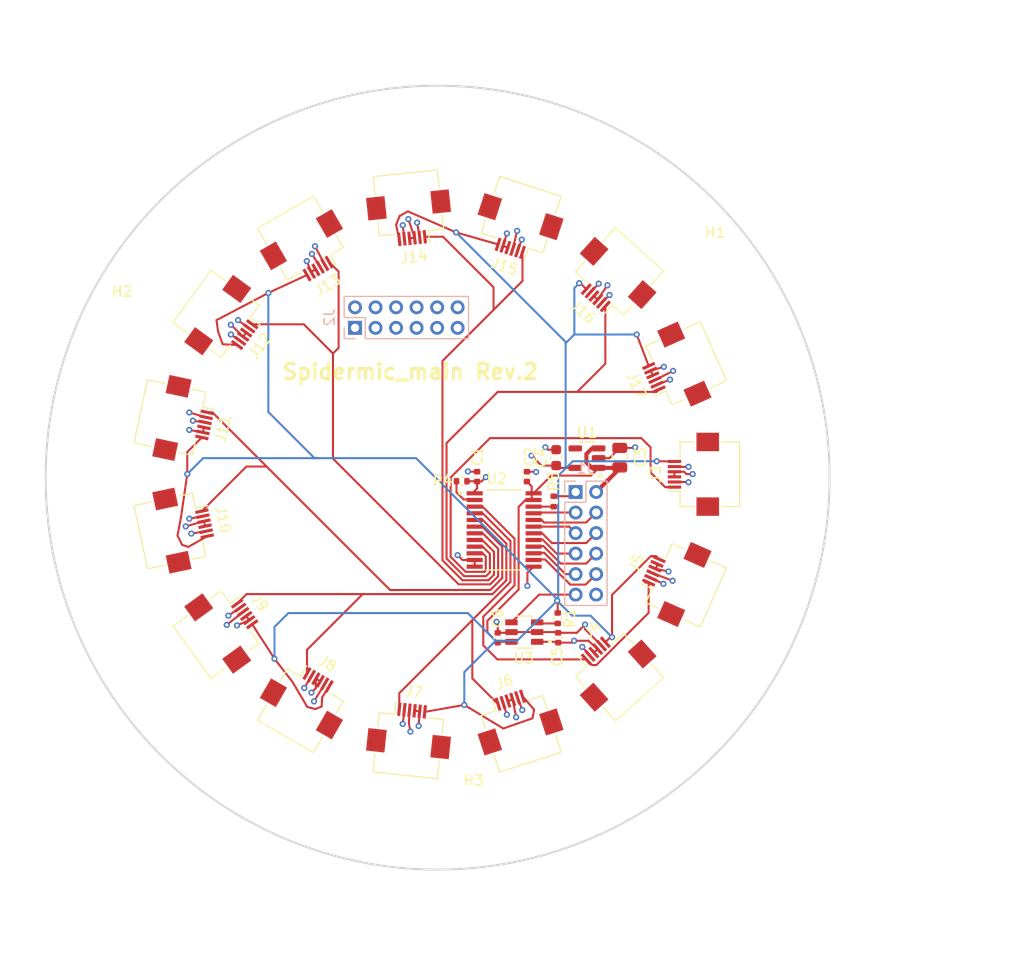
<source format=kicad_pcb>
(kicad_pcb (version 20240108) (generator "pcbnew") (generator_version "8.0")
  (layers (0 "F.Cu" mixed) (1 "In1.Cu" power) (2 "In2.Cu" power) (31 "B.Cu" mixed) (34 "B.Paste" user) (35 "F.Paste" user) (36 "B.SilkS" user "B.Silkscreen") (37 "F.SilkS" user "F.Silkscreen") (38 "B.Mask" user) (39 "F.Mask" user) (44 "Edge.Cuts" user))
  (net 0 "")
  (net 1 "PDM_DATA3_1V8")
  (net 2 "GND")
  (net 3 "PDM_DATA4_1V8")
  (net 4 "PDM_DATA0_1V8")
  (net 5 "PDM_DATA1_1V8")
  (net 6 "PDM_DATA2_1V8")
  (net 7 "PDM_DATA5_1V8")
  (net 8 "PDM_DATA6_1V8")
  (net 9 "PDM_DATA7_1V8")
  (net 10 "PDM_DATA4")
  (net 11 "PDM_DATA7")
  (net 13 "PDM_DATA3")
  (net 14 "PDM_DATA0")
  (net 15 "PDM_DATA6")
  (net 16 "PDM_DATA5")
  (net 17 "PDM_DATA2")
  (net 18 "VCCB")
  (net 19 "PDM_DATA1")
  (net 20 "PDM_CLK_0IN")
  (net 33 "Net-(U2-DIR)")
  (net 34 "Net-(U2-~{OE})")
  (net 36 "VCCA")
  (net 37 "PDM_CLK_1V8")
  (net 38 "Net-(U3-A)")
  (footprint "Package_TO_SOT_SMD:SOT-23-5" (layer "F.Cu") (at 149.8 78.05 180)
    (property "Reference" "U1")
    (property "Value" "LP5907MFX-1.8")
  )
  (footprint "MountingHole:MountingHole_3.2mm_M3" (layer "F.Cu") (at 162.3 60.15)
    (property "Reference" "H1")
    (property "Value" "MountingHole")
  )
  (footprint "Connector_FFC-FPC:Hirose_FH12-6S-0.5SH_1x06-1MP_P0.50mm_Horizontal" (layer "F.Cu") (at 110.722167 74.425423 -102)
    (property "Reference" "J11")
    (property "Value" "Conn_01x06_Socket")
  )
  (footprint "Connector_FFC-FPC:Hirose_FH12-6S-0.5SH_1x06-1MP_P0.50mm_Horizontal" (layer "F.Cu") (at 114.950433 94.317847 -54)
    (property "Reference" "J9")
    (property "Value" "Conn_01x06_Socket")
  )
  (footprint "Capacitor_SMD:C_0603_1608Metric" (layer "F.Cu") (at 146.8 78 90)
    (property "Reference" "C4")
    (property "Value" "4.7µF")
  )
  (footprint "MountingHole:MountingHole_3.2mm_M3" (layer "F.Cu") (at 104.5 65.85)
    (property "Reference" "H2")
    (property "Value" "MountingHole")
  )
  (footprint "SN74LVC8T245PW:SOP65P640X120-24N" (layer "F.Cu") (at 141.73 85.05)
    (property "Reference" "U2")
    (property "Value" "SN74LVC8T245PW")
  )
  (footprint "SN74AVCH1T45DBVR:SOT95P280X145-6N" (layer "F.Cu") (at 143.699675 95.000575 180)
    (property "Reference" "U3")
    (property "Value" "SN74AVCH1T45DBVR")
  )
  (footprint "Connector_FFC-FPC:Hirose_FH12-6S-0.5SH_1x06-1MP_P0.50mm_Horizontal" (layer "F.Cu") (at 122.675857 57.97258 -150)
    (property "Reference" "J13")
    (property "Value" "Conn_01x06_Socket")
  )
  (footprint "Connector_FFC-FPC:Hirose_FH12-6S-0.5SH_1x06-1MP_P0.50mm_Horizontal" (layer "F.Cu") (at 110.722167 84.821008 -78)
    (property "Reference" "J10")
    (property "Value" "Conn_01x06_Socket")
  )
  (footprint "Connector_FFC-FPC:Hirose_FH12-6S-0.5SH_1x06-1MP_P0.50mm_Horizontal" (layer "F.Cu") (at 142.901282 103.399628 18)
    (property "Reference" "J6")
    (property "Value" "Conn_01x06_Socket")
  )
  (footprint "Connector_FFC-FPC:Hirose_FH12-6S-0.5SH_1x06-1MP_P0.50mm_Horizontal" (layer "F.Cu") (at 114.950433 64.928584 -126)
    (property "Reference" "J12")
    (property "Value" "Conn_01x06_Socket")
  )
  (footprint "Resistor_SMD:R_0402_1005Metric" (layer "F.Cu") (at 146.954675 93.650575 -90)
    (property "Reference" "R1")
    (property "Value" "220")
  )
  (footprint "Connector_FFC-FPC:Hirose_FH12-6S-0.5SH_1x06-1MP_P0.50mm_Horizontal" (layer "F.Cu") (at 160.175857 79.623216 90)
    (property "Reference" "J3")
    (property "Value" "Conn_01x06_Socket")
  )
  (footprint "Connector_FFC-FPC:Hirose_FH12-6S-0.5SH_1x06-1MP_P0.50mm_Horizontal" (layer "F.Cu") (at 122.675858 101.273851 -30)
    (property "Reference" "J8")
    (property "Value" "Conn_01x06_Socket")
  )
  (footprint "Resistor_SMD:R_0402_1005Metric" (layer "F.Cu") (at 137.6 80.3 180)
    (property "Reference" "R4")
    (property "Value" "2K")
  )
  (footprint "Connector_FFC-FPC:Hirose_FH12-6S-0.5SH_1x06-1MP_P0.50mm_Horizontal" (layer "F.Cu") (at 158.014494 89.791632 66)
    (property "Reference" "J5")
    (property "Value" "Conn_01x06_Socket")
  )
  (footprint "Connector_FFC-FPC:Hirose_FH12-6S-0.5SH_1x06-1MP_P0.50mm_Horizontal" (layer "F.Cu") (at 151.904123 61.044595 138)
    (property "Reference" "J16")
    (property "Value" "Conn_01x06_Socket")
  )
  (footprint "Capacitor_SMD:C_0402_1005Metric" (layer "F.Cu") (at 139.1 79.85 90)
    (property "Reference" "C1")
    (property "Value" "1µF")
  )
  (footprint "Connector_FFC-FPC:Hirose_FH12-6S-0.5SH_1x06-1MP_P0.50mm_Horizontal" (layer "F.Cu") (at 142.901282 55.846803 162)
    (property "Reference" "J15")
    (property "Value" "Conn_01x06_Socket")
  )
  (footprint "Resistor_SMD:R_0402_1005Metric" (layer "F.Cu") (at 146.560187 82.26875 -90)
    (property "Reference" "R5")
    (property "Value" "2K")
  )
  (footprint "Capacitor_SMD:C_0402_1005Metric" (layer "F.Cu") (at 143.95 79.85 90)
    (property "Reference" "C2")
    (property "Value" "1µF")
  )
  (footprint "Connector_FFC-FPC:Hirose_FH12-6S-0.5SH_1x06-1MP_P0.50mm_Horizontal" (layer "F.Cu") (at 132.562646 104.486263 -6)
    (property "Reference" "J7")
    (property "Value" "Conn_01x06_Socket")
  )
  (footprint "Capacitor_SMD:C_0402_1005Metric" (layer "F.Cu") (at 146.999675 95.550575 90)
    (property "Reference" "C5")
    (property "Value" "1µF")
  )
  (footprint "Connector_FFC-FPC:Hirose_FH12-6S-0.5SH_1x06-1MP_P0.50mm_Horizontal" (layer "F.Cu") (at 158.014494 69.454799 114)
    (property "Reference" "J17")
    (property "Value" "Conn_01x06_Socket")
  )
  (footprint "Connector_FFC-FPC:Hirose_FH12-6S-0.5SH_1x06-1MP_P0.50mm_Horizontal" (layer "F.Cu") (at 151.904123 98.201836 42)
    (property "Reference" "J4")
    (property "Value" "Conn_01x06_Socket")
  )
  (footprint "Connector_FFC-FPC:Hirose_FH12-6S-0.5SH_1x06-1MP_P0.50mm_Horizontal" (layer "F.Cu") (at 132.562646 54.760168 -174)
    (property "Reference" "J14")
    (property "Value" "Conn_01x06_Socket")
  )
  (footprint "MountingHole:MountingHole_3.2mm_M3" (layer "F.Cu") (at 138.75 113.65)
    (property "Reference" "H3")
    (property "Value" "MountingHole")
  )
  (footprint "Capacitor_SMD:C_0402_1005Metric" (layer "F.Cu") (at 141.107175 95.550575 90)
    (property "Reference" "C6")
    (property "Value" "1µF")
  )
  (footprint "Capacitor_SMD:C_0805_2012Metric" (layer "F.Cu") (at 153 78 90)
    (property "Reference" "C3")
    (property "Value" "22µF")
  )
  (footprint "Connector_PinSocket_2.00mm:PinSocket_2x06_P2.00mm_Vertical" (layer "B.Cu") (at 148.7 81.35 180)
    (property "Reference" "J1")
    (property "Value" "MCH-J3")
  )
  (footprint "Connector_PinSocket_2.00mm:PinSocket_2x06_P2.00mm_Vertical" (layer "B.Cu") (at 127.2 65.35 -90)
    (property "Reference" "J2")
    (property "Value" "MCH-J3")
  )
  (gr_circle (center 135.25013 79.95) (end 173.45013 80.05) (stroke (width 0.2)) (fill none) (layer "Edge.Cuts"))
  (gr_text "Spidermic_main Rev.2" (at 119.95 70.5 0) (layer "F.SilkS") (effects (font (size 1.5 1.5) (thickness 0.3) (bold yes)) (justify left bottom)))
  (segment (start 112.486313 83.213687) (end 112.27185 83.213687) (width 0.2) (layer "F.Cu") (net 1))
  (segment (start 113.301428 73.587375) (end 112.79163 73.587375) (width 0.2) (layer "F.Cu") (net 1))
  (segment (start 116.617563 78.867974) (end 118.582026 78.867974) (width 0.2) (layer "F.Cu") (net 1))
  (segment (start 141.545 89.736372) (end 140.381372 90.9) (width 0.2) (layer "F.Cu") (net 1))
  (segment (start 130.614053 90.9) (end 118.582026 78.867974) (width 0.2) (layer "F.Cu") (net 1))
  (segment (start 118.582026 78.867974) (end 113.301428 73.587375) (width 0.2) (layer "F.Cu") (net 1))
  (segment (start 138.86 84.725) (end 139.595664 84.725) (width 0.2) (layer "F.Cu") (net 1))
  (segment (start 141.545 86.674336) (end 141.545 89.736372) (width 0.2) (layer "F.Cu") (net 1))
  (segment (start 139.595664 84.725) (end 141.545 86.674336) (width 0.2) (layer "F.Cu") (net 1))
  (segment (start 112.27185 83.213687) (end 116.617563 78.867974) (width 0.2) (layer "F.Cu") (net 1))
  (segment (start 140.381372 90.9) (end 130.614053 90.9) (width 0.2) (layer "F.Cu") (net 1))
  (segment (start 116.006276 66.622749) (end 115.1 66) (width 0.2) (layer "F.Cu") (net 2))
  (segment (start 156.019382 69.522103) (end 156.222751 69.978875) (width 0.2) (layer "F.Cu") (net 2))
  (segment (start 158.325857 80.373216) (end 159.673216 80.373216) (width 0.2) (layer "F.Cu") (net 2))
  (segment (start 133.004654 102.67253) (end 133.501915 102.724794) (width 0.2) (layer "F.Cu") (net 2))
  (segment (start 150.9375 78.05) (end 152 78.05) (width 0.2) (layer "F.Cu") (net 2))
  (segment (start 142.374675 95.070575) (end 142.444675 95.000575) (width 0.2) (layer "F.Cu") (net 2))
  (segment (start 141.107175 95.070575) (end 142.374675 95.070575) (width 0.2) (layer "F.Cu") (net 2))
  (segment (start 116.887953 93.837207) (end 115.7 94.35) (width 0.2) (layer "F.Cu") (net 2))
  (segment (start 150.108871 97.328866) (end 149.35 96.45) (width 0.2) (layer "F.Cu") (net 2))
  (segment (start 155.995055 89.7) (end 155.9 89.7) (width 0.2) (layer "F.Cu") (net 2))
  (segment (start 154.45 77.05) (end 154.5 77) (width 0.2) (layer "F.Cu") (net 2))
  (segment (start 159.673216 80.373216) (end 159.7 80.4) (width 0.2) (layer "F.Cu") (net 2))
  (segment (start 141.107175 94.107175) (end 141 94) (width 0.2) (layer "F.Cu") (net 2))
  (segment (start 144.954675 95.000575) (end 146.929675 95.000575) (width 0.2) (layer "F.Cu") (net 2))
  (segment (start 139.1 79.37) (end 138.22 79.37) (width 0.2) (layer "F.Cu") (net 2))
  (segment (start 123.201338 59.699727) (end 122.951338 59.949727) (width 0.2) (layer "F.Cu") (net 2))
  (segment (start 123.384351 59.699727) (end 123.201338 59.699727) (width 0.2) (layer "F.Cu") (net 2))
  (segment (start 149.61528 94.71686) (end 149.61528 94.274494) (width 0.2) (layer "F.Cu") (net 2))
  (segment (start 141.616308 57.374495) (end 142 56.15) (width 0.2) (layer "F.Cu") (net 2))
  (segment (start 146.8 77.225) (end 145.975 77.225) (width 0.2) (layer "F.Cu") (net 2))
  (segment (start 132.010132 56.67843) (end 131.85 55.35) (width 0.2) (layer "F.Cu") (net 2))
  (segment (start 148.29125 81.75875) (end 148.7 81.35) (width 0.2) (layer "F.Cu") (net 2))
  (segment (start 143.042893 101.408411) (end 143.5 102.6) (width 0.2) (layer "F.Cu") (net 2))
  (segment (start 153 77.05) (end 154.45 77.05) (width 0.2) (layer "F.Cu") (net 2))
  (segment (start 155.995055 89.7) (end 156.019383 89.724328) (width 0.2) (layer "F.Cu") (net 2))
  (segment (start 150.9575 78.07) (end 150.9375 78.05) (width 0.2) (layer "F.Cu") (net 2))
  (segment (start 137.675 87.975) (end 138.86 87.975) (width 0.2) (layer "F.Cu") (net 2))
  (segment (start 133.501915 56.521637) (end 133.25 55.1) (width 0.2) (layer "F.Cu") (net 2))
  (segment (start 138.86 87.975) (end 138.86 88.625) (width 0.2) (layer "F.Cu") (net 2))
  (segment (start 122.951339 99.296704) (end 122.25 100.45) (width 0.2) (layer "F.Cu") (net 2))
  (segment (start 156.629487 70.892421) (end 157.9 70.4) (width 0.2) (layer "F.Cu") (net 2))
  (segment (start 138.22 79.37) (end 138.2 79.35) (width 0.2) (layer "F.Cu") (net 2))
  (segment (start 148.819199 95.070575) (end 146.999675 95.070575) (width 0.2) (layer "F.Cu") (net 2))
  (segment (start 152 78.05) (end 153 77.05) (width 0.2) (layer "F.Cu") (net 2))
  (segment (start 146.560187 81.75875) (end 148.29125 81.75875) (width 0.2) (layer "F.Cu") (net 2))
  (segment (start 150.108873 61.917565) (end 150.95 61.05) (width 0.2) (layer "F.Cu") (net 2))
  (segment (start 141.107175 95.070575) (end 141.107175 94.107175) (width 0.2) (layer "F.Cu") (net 2))
  (segment (start 112.375806 83.702761) (end 111.05 83.95) (width 0.2) (layer "F.Cu") (net 2))
  (segment (start 116.887953 65.409224) (end 115.8 64.6) (width 0.2) (layer "F.Cu") (net 2))
  (segment (start 146.929675 95.000575) (end 146.999675 95.070575) (width 0.2) (layer "F.Cu") (net 2))
  (segment (start 141.616308 101.871936) (end 142 103.05) (width 0.2) (layer "F.Cu") (net 2))
  (segment (start 124.250376 59.199727) (end 123.3 57.4) (width 0.2) (layer "F.Cu") (net 2))
  (segment (start 156.629487 88.35401) (end 156.629487 88.607414) (width 0.2) (layer "F.Cu") (net 2))
  (segment (start 156.019383 89.724327) (end 157.25 90.3) (width 0.2) (layer "F.Cu") (net 2))
  (segment (start 156.426119 88.810782) (end 157.75 89.1) (width 0.2) (layer "F.Cu") (net 2))
  (segment (start 112.375806 75.54367) (end 112.479762 75.054597) (width 0.2) (layer "F.Cu") (net 2))
  (segment (start 156.019382 69.522103) (end 157.3 69.15) (width 0.2) (layer "F.Cu") (net 2))
  (segment (start 116.594061 93.432699) (end 116.887953 93.837207) (width 0.2) (layer "F.Cu") (net 2))
  (segment (start 151.22359 62.921261) (end 152 62.15) (width 0.2) (layer "F.Cu") (net 2))
  (segment (start 112.375806 75.54367) (end 111.05 75.3) (width 0.2) (layer "F.Cu") (net 2))
  (segment (start 144.82 79.37) (end 144.85 79.4) (width 0.2) (layer "F.Cu") (net 2))
  (segment (start 149.61528 94.274494) (end 148.819199 95.070575) (width 0.2) (layer "F.Cu") (net 2))
  (segment (start 144 89.225) (end 144.6 88.625) (width 0.2) (layer "F.Cu") (net 2))
  (segment (start 112.687674 74.076449) (end 111.05 73.6) (width 0.2) (layer "F.Cu") (net 2))
  (segment (start 142.091835 57.529003) (end 141.616308 57.374495) (width 0.2) (layer "F.Cu") (net 2))
  (segment (start 151.22359 96.32517) (end 149.61528 94.71686) (width 0.2) (layer "F.Cu") (net 2))
  (segment (start 159.7 78.9) (end 158.352641 78.9) (width 0.2) (layer "F.Cu") (net 2))
  (segment (start 124.250377 100.046704) (end 123.2 101.75) (width 0.2) (layer "F.Cu") (net 2))
  (segment (start 116.006276 92.623682) (end 114.85 93.4) (width 0.2) (layer "F.Cu") (net 2))
  (segment (start 143.95 79.37) (end 144.82 79.37) (width 0.2) (layer "F.Cu") (net 2))
  (segment (start 142.444675 95.000575) (end 144.954675 95.000575) (width 0.2) (layer "F.Cu") (net 2))
  (segment (start 122.951338 59.949727) (end 122.5 58.85) (width 0.2) (layer "F.Cu") (net 2))
  (segment (start 137.2 87.5) (end 137.675 87.975) (width 0.2) (layer "F.Cu") (net 2))
  (segment (start 143.042893 57.83802) (end 143.45 56.75) (width 0.2) (layer "F.Cu") (net 2))
  (segment (start 144 90.5) (end 144 89.225) (width 0.2) (layer "F.Cu") (net 2))
  (segment (start 145.975 77.225) (end 145.75 77) (width 0.2) (layer "F.Cu") (net 2))
  (segment (start 158.352641 78.9) (end 158.325857 78.873216) (width 0.2) (layer "F.Cu") (net 2))
  (segment (start 156.629487 88.607414) (end 156.426119 88.810782) (width 0.2) (layer "F.Cu") (net 2))
  (segment (start 133.501915 102.724794) (end 133.4 104.15) (width 0.2) (layer "F.Cu") (net 2))
  (segment (start 132.010132 102.568001) (end 131.85 103.95) (width 0.2) (layer "F.Cu") (net 2))
  (segment (start 112.687674 85.169982) (end 111.25 85.4) (width 0.2) (layer "F.Cu") (net 2))
  (via (at 114.85 93.4) (size 0.6) (drill 0.3) (layers "F.Cu" "B.Cu") (net 2))
  (via (at 111.05 75.3) (size 0.6) (drill 0.3) (layers "F.Cu" "B.Cu") (net 2))
  (via (at 145.75 77) (size 0.6) (drill 0.3) (layers "F.Cu" "B.Cu") (net 2))
  (via (at 149.61528 94.274494) (size 0.6) (drill 0.3) (layers "F.Cu" "B.Cu") (net 2))
  (via (at 123.3 57.4) (size 0.6) (drill 0.3) (layers "F.Cu" "B.Cu") (net 2))
  (via (at 157.3 69.15) (size 0.6) (drill 0.3) (layers "F.Cu" "B.Cu") (net 2))
  (via (at 142 103.05) (size 0.6) (drill 0.3) (layers "F.Cu" "B.Cu") (net 2))
  (via (at 111.25 85.4) (size 0.6) (drill 0.3) (layers "F.Cu" "B.Cu") (net 2))
  (via (at 111.05 73.6) (size 0.6) (drill 0.3) (layers "F.Cu" "B.Cu") (net 2))
  (via (at 157.75 89.1) (size 0.6) (drill 0.3) (layers "F.Cu" "B.Cu") (net 2))
  (via (at 137.2 87.5) (size 0.6) (drill 0.3) (layers "F.Cu" "B.Cu") (net 2))
  (via (at 111.05 83.95) (size 0.6) (drill 0.3) (layers "F.Cu" "B.Cu") (net 2))
  (via (at 144.85 79.4) (size 0.6) (drill 0.3) (layers "F.Cu" "B.Cu") (net 2))
  (via (at 159.7 78.9) (size 0.6) (drill 0.3) (layers "F.Cu" "B.Cu") (net 2))
  (via (at 157.9 70.4) (size 0.6) (drill 0.3) (layers "F.Cu" "B.Cu") (net 2))
  (via (at 150.95 61.05) (size 0.6) (drill 0.3) (layers "F.Cu" "B.Cu") (net 2))
  (via (at 123.2 101.75) (size 0.6) (drill 0.3) (layers "F.Cu" "B.Cu") (net 2))
  (via (at 131.85 55.35) (size 0.6) (drill 0.3) (layers "F.Cu" "B.Cu") (net 2))
  (via (at 143.5 102.6) (size 0.6) (drill 0.3) (layers "F.Cu" "B.Cu") (net 2))
  (via (at 133.25 55.1) (size 0.6) (drill 0.3) (layers "F.Cu" "B.Cu") (net 2))
  (via (at 133.4 104.15) (size 0.6) (drill 0.3) (layers "F.Cu" "B.Cu") (net 2))
  (via (at 141 94) (size 0.6) (drill 0.3) (layers "F.Cu" "B.Cu") (net 2))
  (via (at 122.25 100.45) (size 0.6) (drill 0.3) (layers "F.Cu" "B.Cu") (net 2))
  (via (at 122.5 58.85) (size 0.6) (drill 0.3) (layers "F.Cu" "B.Cu") (net 2))
  (via (at 154.5 77) (size 0.6) (drill 0.3) (layers "F.Cu" "B.Cu") (net 2))
  (via (at 138.2 79.35) (size 0.6) (drill 0.3) (layers "F.Cu" "B.Cu") (net 2))
  (via (at 143.45 56.75) (size 0.6) (drill 0.3) (layers "F.Cu" "B.Cu") (net 2))
  (via (at 149.35 96.45) (size 0.6) (drill 0.3) (layers "F.Cu" "B.Cu") (net 2))
  (via (at 157.25 90.3) (size 0.6) (drill 0.3) (layers "F.Cu" "B.Cu") (net 2))
  (via (at 144 90.5) (size 0.6) (drill 0.3) (layers "F.Cu" "B.Cu") (net 2))
  (via (at 131.85 103.95) (size 0.6) (drill 0.3) (layers "F.Cu" "B.Cu") (net 2))
  (via (at 115.1 66) (size 0.6) (drill 0.3) (layers "F.Cu" "B.Cu") (net 2))
  (via (at 142 56.15) (size 0.6) (drill 0.3) (layers "F.Cu" "B.Cu") (net 2))
  (via (at 152 62.15) (size 0.6) (drill 0.3) (layers "F.Cu" "B.Cu") (net 2))
  (via (at 115.8 64.6) (size 0.6) (drill 0.3) (layers "F.Cu" "B.Cu") (net 2))
  (via (at 115.7 94.35) (size 0.6) (drill 0.3) (layers "F.Cu" "B.Cu") (net 2))
  (via (at 159.7 80.4) (size 0.6) (drill 0.3) (layers "F.Cu" "B.Cu") (net 2))
  (segment (start 125.05 67.85) (end 125.6 67.3) (width 0.2) (layer "F.Cu") (net 3))
  (segment (start 125.6 67.3) (end 125.6 59.866338) (width 0.2) (layer "F.Cu") (net 3))
  (segment (start 141.145 89.570686) (end 140.365686 90.35) (width 0.2) (layer "F.Cu") (net 3))
  (segment (start 125.05 78.1) (end 125.05 67.85) (width 0.2) (layer "F.Cu") (net 3))
  (segment (start 139.644999 85.375) (end 141.145 86.875001) (width 0.2) (layer "F.Cu") (net 3))
  (segment (start 137.3 90.35) (end 125.05 78.1) (width 0.2) (layer "F.Cu") (net 3))
  (segment (start 122.204715 65.004715) (end 125.05 67.85) (width 0.2) (layer "F.Cu") (net 3))
  (segment (start 140.365686 90.35) (end 137.3 90.35) (width 0.2) (layer "F.Cu") (net 3))
  (segment (start 138.86 85.375) (end 139.644999 85.375) (width 0.2) (layer "F.Cu") (net 3))
  (segment (start 117.181846 65.004715) (end 122.204715 65.004715) (width 0.2) (layer "F.Cu") (net 3))
  (segment (start 125.6 59.866338) (end 124.683389 58.949727) (width 0.2) (layer "F.Cu") (net 3))
  (segment (start 141.145 86.875001) (end 141.145 89.570686) (width 0.2) (layer "F.Cu") (net 3))
  (segment (start 155.816014 93.123102) (end 155.816014 90.181101) (width 0.2) (layer "F.Cu") (net 4))
  (segment (start 139.625 82.775) (end 142.745 85.895) (width 0.2) (layer "F.Cu") (net 4))
  (segment (start 138.86 82.775) (end 139.625 82.775) (width 0.2) (layer "F.Cu") (net 4))
  (segment (start 150.286149 98.21228) (end 150.726836 98.21228) (width 0.2) (layer "F.Cu") (net 4))
  (segment (start 155.734913 90.1) (end 155.816014 90.181101) (width 0.2) (layer "F.Cu") (net 4))
  (segment (start 142.745 85.895) (end 142.745 90.455) (width 0.2) (layer "F.Cu") (net 4))
  (segment (start 149.7373 97.663431) (end 150.286149 98.21228) (width 0.2) (layer "F.Cu") (net 4))
  (segment (start 139.7 96.29205) (end 141.071381 97.663431) (width 0.2) (layer "F.Cu") (net 4))
  (segment (start 150.726836 98.21228) (end 155.816014 93.123102) (width 0.2) (layer "F.Cu") (net 4))
  (segment (start 139.7 93.5) (end 139.7 96.29205) (width 0.2) (layer "F.Cu") (net 4))
  (segment (start 155.481101 90.181101) (end 155.816014 90.181101) (width 0.2) (layer "F.Cu") (net 4))
  (segment (start 142.745 90.455) (end 139.7 93.5) (width 0.2) (layer "F.Cu") (net 4))
  (segment (start 141.071381 97.663431) (end 149.7373 97.663431) (width 0.2) (layer "F.Cu") (net 4))
  (segment (start 139.644999 83.425) (end 142.345 86.125001) (width 0.2) (layer "F.Cu") (net 5))
  (segment (start 138.632843 93.832843) (end 131.512871 100.952815) (width 0.2) (layer "F.Cu") (net 5))
  (segment (start 131.512871 100.952815) (end 131.512871 102.515737) (width 0.2) (layer "F.Cu") (net 5))
  (segment (start 138.86 83.425) (end 139.644999 83.425) (width 0.2) (layer "F.Cu") (net 5))
  (segment (start 142.345 90.120686) (end 138.632843 93.832843) (width 0.2) (layer "F.Cu") (net 5))
  (segment (start 141.14078 102.026445) (end 138.632843 99.518508) (width 0.2) (layer "F.Cu") (net 5))
  (segment (start 138.632843 99.518508) (end 138.632843 93.832843) (width 0.2) (layer "F.Cu") (net 5))
  (segment (start 142.345 86.125001) (end 142.345 90.120686) (width 0.2) (layer "F.Cu") (net 5))
  (segment (start 122.518326 99.046704) (end 122.518326 96.731674) (width 0.2) (layer "F.Cu") (net 6))
  (segment (start 122.518326 96.731674) (end 127.95 91.3) (width 0.2) (layer "F.Cu") (net 6))
  (segment (start 139.644999 84.075) (end 141.945 86.375001) (width 0.2) (layer "F.Cu") (net 6))
  (segment (start 116.631556 91.3) (end 115.712383 92.219173) (width 0.2) (layer "F.Cu") (net 6))
  (segment (start 127.95 91.3) (end 116.631556 91.3) (width 0.2) (layer "F.Cu") (net 6))
  (segment (start 140.6 91.3) (end 127.95 91.3) (width 0.2) (layer "F.Cu") (net 6))
  (segment (start 141.945 89.955) (end 140.6 91.3) (width 0.2) (layer "F.Cu") (net 6))
  (segment (start 141.945 86.375001) (end 141.945 89.955) (width 0.2) (layer "F.Cu") (net 6))
  (segment (start 138.86 84.075) (end 139.644999 84.075) (width 0.2) (layer "F.Cu") (net 6))
  (segment (start 143.518421 60.781579) (end 143.518421 57.992529) (width 0.2) (layer "F.Cu") (net 7))
  (segment (start 138.86 86.025) (end 139.595664 86.025) (width 0.2) (layer "F.Cu") (net 7))
  (segment (start 140.745 89.405) (end 140.2 89.95) (width 0.2) (layer "F.Cu") (net 7))
  (segment (start 135.769373 56.469373) (end 140.7 61.4) (width 0.2) (layer "F.Cu") (net 7))
  (segment (start 140.2 89.95) (end 137.667964 89.95) (width 0.2) (layer "F.Cu") (net 7))
  (segment (start 140.7 61.4) (end 140.7 63.6) (width 0.2) (layer "F.Cu") (net 7))
  (segment (start 133.999176 56.469373) (end 135.769373 56.469373) (width 0.2) (layer "F.Cu") (net 7))
  (segment (start 137.667964 89.95) (end 135.72 88.002036) (width 0.2) (layer "F.Cu") (net 7))
  (segment (start 135.72 68.58) (end 143.518421 60.781579) (width 0.2) (layer "F.Cu") (net 7))
  (segment (start 135.72 88.002036) (end 135.72 68.58) (width 0.2) (layer "F.Cu") (net 7))
  (segment (start 140.745 87.174336) (end 140.745 89.405) (width 0.2) (layer "F.Cu") (net 7))
  (segment (start 139.595664 86.025) (end 140.745 87.174336) (width 0.2) (layer "F.Cu") (net 7))
  (segment (start 140.345 87.375001) (end 140.345 89.170686) (width 0.2) (layer "F.Cu") (net 8))
  (segment (start 138.86 86.675) (end 139.644999 86.675) (width 0.2) (layer "F.Cu") (net 8))
  (segment (start 139.644999 86.675) (end 140.345 87.375001) (width 0.2) (layer "F.Cu") (net 8))
  (segment (start 151.595162 63.255826) (end 151.595162 68.84867) (width 0.2) (layer "F.Cu") (net 8))
  (segment (start 140.345 89.170686) (end 139.965686 89.55) (width 0.2) (layer "F.Cu") (net 8))
  (segment (start 156.588218 71.593832) (end 156.832856 71.349194) (width 0.2) (layer "F.Cu") (net 8))
  (segment (start 136.12 76.58) (end 141.106168 71.593832) (width 0.2) (layer "F.Cu") (net 8))
  (segment (start 156.832856 71.368652) (end 156.832856 71.349194) (width 0.2) (layer "F.Cu") (net 8))
  (segment (start 151.595162 68.84867) (end 148.85 71.593832) (width 0.2) (layer "F.Cu") (net 8))
  (segment (start 137.83365 89.55) (end 136.12 87.83635) (width 0.2) (layer "F.Cu") (net 8))
  (segment (start 148.85 71.593832) (end 156.588218 71.593832) (width 0.2) (layer "F.Cu") (net 8))
  (segment (start 136.12 87.83635) (end 136.12 76.58) (width 0.2) (layer "F.Cu") (net 8))
  (segment (start 141.106168 71.593832) (end 148.85 71.593832) (width 0.2) (layer "F.Cu") (net 8))
  (segment (start 139.965686 89.55) (end 137.83365 89.55) (width 0.2) (layer "F.Cu") (net 8))
  (segment (start 137.979336 89.13) (end 136.52 87.670664) (width 0.2) (layer "F.Cu") (net 9))
  (segment (start 139.82 89.13) (end 137.979336 89.13) (width 0.2) (layer "F.Cu") (net 9))
  (segment (start 136.52 87.670664) (end 136.52 79.931076) (width 0.2) (layer "F.Cu") (net 9))
  (segment (start 156 79.447359) (end 157.425857 80.873216) (width 0.2) (layer "F.Cu") (net 9))
  (segment (start 136.52 79.931076) (end 140.351076 76.1) (width 0.2) (layer "F.Cu") (net 9))
  (segment (start 156 77) (end 156 79.447359) (width 0.2) (layer "F.Cu") (net 9))
  (segment (start 157.425857 80.873216) (end 158.325857 80.873216) (width 0.2) (layer "F.Cu") (net 9))
  (segment (start 139.945 87.625001) (end 139.945 89.005) (width 0.2) (layer "F.Cu") (net 9))
  (segment (start 138.86 87.325) (end 139.644999 87.325) (width 0.2) (layer "F.Cu") (net 9))
  (segment (start 139.644999 87.325) (end 139.945 87.625001) (width 0.2) (layer "F.Cu") (net 9))
  (segment (start 140.351076 76.1) (end 155.1 76.1) (width 0.2) (layer "F.Cu") (net 9))
  (segment (start 155.1 76.1) (end 156 77) (width 0.2) (layer "F.Cu") (net 9))
  (segment (start 139.945 89.005) (end 139.82 89.13) (width 0.2) (layer "F.Cu") (net 9))
  (segment (start 146.847058 87.35) (end 145.472058 85.975) (width 0.2) (layer "F.Cu") (net 10))
  (segment (start 148.7 87.35) (end 146.847058 87.35) (width 0.2) (layer "F.Cu") (net 10))
  (segment (start 145.472058 85.975) (end 144.42 85.975) (width 0.2) (layer "F.Cu") (net 10))
  (segment (start 148.175 90.375) (end 145.725 87.925) (width 0.2) (layer "F.Cu") (net 11))
  (segment (start 149.675 90.375) (end 148.175 90.375) (width 0.2) (layer "F.Cu") (net 11))
  (segment (start 150.7 89.35) (end 149.675 90.375) (width 0.2) (layer "F.Cu") (net 11))
  (segment (start 145.725 87.925) (end 144.42 87.925) (width 0.2) (layer "F.Cu") (net 11))
  (segment (start 145.387744 85.325) (end 144.42 85.325) (width 0.2) (layer "F.Cu") (net 13))
  (segment (start 146.387744 86.325) (end 145.387744 85.325) (width 0.2) (layer "F.Cu") (net 13))
  (segment (start 149.725 86.325) (end 146.387744 86.325) (width 0.2) (layer "F.Cu") (net 13))
  (segment (start 150.7 85.35) (end 149.725 86.325) (width 0.2) (layer "F.Cu") (net 13))
  (segment (start 144.445 83.35) (end 144.42 83.375) (width 0.2) (layer "F.Cu") (net 14))
  (segment (start 148.7 83.35) (end 144.445 83.35) (width 0.2) (layer "F.Cu") (net 14))
  (segment (start 145.640686 87.275) (end 144.42 87.275) (width 0.2) (layer "F.Cu") (net 15))
  (segment (start 148.7 89.35) (end 147.715686 89.35) (width 0.2) (layer "F.Cu") (net 15))
  (segment (start 147.715686 89.35) (end 145.640686 87.275) (width 0.2) (layer "F.Cu") (net 15))
  (segment (start 145.556372 86.625) (end 144.42 86.625) (width 0.2) (layer "F.Cu") (net 16))
  (segment (start 147.256372 88.325) (end 145.556372 86.625) (width 0.2) (layer "F.Cu") (net 16))
  (segment (start 149.725 88.325) (end 147.256372 88.325) (width 0.2) (layer "F.Cu") (net 16))
  (segment (start 150.7 87.35) (end 149.725 88.325) (width 0.2) (layer "F.Cu") (net 16))
  (segment (start 144.47 84.725) (end 144.42 84.675) (width 0.2) (layer "F.Cu") (net 17))
  (segment (start 148.7 85.35) (end 148.075 84.725) (width 0.2) (layer "F.Cu") (net 17))
  (segment (start 148.075 84.725) (end 144.6 84.725) (width 0.2) (layer "F.Cu") (net 17))
  (segment (start 143.145 82.795001) (end 143.145 90.855) (width 0.2) (layer "F.Cu") (net 18))
  (segment (start 144.6 82.125) (end 143.815001 82.125) (width 0.2) (layer "F.Cu") (net 18))
  (segment (start 153 78.95) (end 152.95 79) (width 0.4) (layer "F.Cu") (net 18))
  (segment (start 150.1875 79.75) (end 146.325 79.75) (width 0.2) (layer "F.Cu") (net 18))
  (segment (start 140.1 93.9) (end 140.1 95.0234) (width 0.2) (layer "F.Cu") (net 18))
  (segment (start 149.75 78.474999) (end 149.75 77.65) (width 0.4) (layer "F.Cu") (net 18))
  (segment (start 144.42 80.8) (end 143.95 80.33) (width 0.2) (layer "F.Cu") (net 18))
  (segment (start 142.444675 95.950575) (end 141.187175 95.950575) (width 0.2) (layer "F.Cu") (net 18))
  (segment (start 150.9375 79) (end 150.9375 79.0675) (width 0.4) (layer "F.Cu") (net 18))
  (segment (start 140.1 95.0234) (end 141.107175 96.030575) (width 0.2) (layer "F.Cu") (net 18))
  (segment (start 149.75 77.65) (end 150.3 77.1) (width 0.4) (layer "F.Cu") (net 18))
  (segment (start 143.145 90.855) (end 140.1 93.9) (width 0.2) (layer "F.Cu") (net 18))
  (segment (start 150.7 81.35) (end 153 79.05) (width 0.4) (layer "F.Cu") (net 18))
  (segment (start 153 79.05) (end 153 78.95) (width 0.4) (layer "F.Cu") (net 18))
  (segment (start 143.815001 82.125) (end 143.145 82.795001) (width 0.2) (layer "F.Cu") (net 18))
  (segment (start 150.9375 79) (end 150.1875 79.75) (width 0.2) (layer "F.Cu") (net 18))
  (segment (start 152.95 79) (end 150.9375 79) (width 0.4) (layer "F.Cu") (net 18))
  (segment (start 144.42 81.425) (end 144.42 82.075) (width 0.2) (layer "F.Cu") (net 18))
  (segment (start 150.3 77.1) (end 150.9375 77.1) (width 0.4) (layer "F.Cu") (net 18))
  (segment (start 150.275001 79) (end 149.75 78.474999) (width 0.4) (layer "F.Cu") (net 18))
  (segment (start 150.9375 79) (end 150.275001 79) (width 0.4) (layer "F.Cu") (net 18))
  (segment (start 144.42 81.425) (end 144.42 80.8) (width 0.2) (layer "F.Cu") (net 18))
  (segment (start 146.325 79.75) (end 144.6 81.475) (width 0.2) (layer "F.Cu") (net 18))
  (segment (start 150.7 83.35) (end 149.725 84.325) (width 0.2) (layer "F.Cu") (net 19))
  (segment (start 145.634999 84.325) (end 145.384999 84.075) (width 0.2) (layer "F.Cu") (net 19))
  (segment (start 149.725 84.325) (end 145.634999 84.325) (width 0.2) (layer "F.Cu") (net 19))
  (segment (start 145.384999 84.075) (end 144.6 84.075) (width 0.2) (layer "F.Cu") (net 19))
  (segment (start 145.155664 84.025) (end 144.42 84.025) (width 0.2) (layer "F.Cu") (net 19))
  (segment (start 148.7 91.35) (end 145.14525 91.35) (width 0.2) (layer "F.Cu") (net 20))
  (segment (start 145.14525 91.35) (end 142.444675 94.050575) (width 0.2) (layer "F.Cu") (net 20))
  (segment (start 137.09 80.3) (end 137.09 81.39) (width 0.2) (layer "F.Cu") (net 33))
  (segment (start 137.09 81.39) (end 137.775 82.075) (width 0.2) (layer "F.Cu") (net 33))
  (segment (start 137.775 82.075) (end 138.68 82.075) (width 0.2) (layer "F.Cu") (net 33))
  (segment (start 144.60375 82.77875) (end 144.6 82.775) (width 0.2) (layer "F.Cu") (net 34))
  (segment (start 146.560187 82.77875) (end 144.60375 82.77875) (width 0.2) (layer "F.Cu") (net 34))
  (segment (start 142.567365 101.562919) (end 142.091835 101.717428) (width 0.2) (layer "F.Cu") (net 36))
  (segment (start 144.954675 95.950575) (end 146.919675 95.950575) (width 0.2) (layer "F.Cu") (net 36))
  (segment (start 142.567365 101.562919) (end 142.9 103.3) (width 0.2) (layer "F.Cu") (net 36))
  (segment (start 123.384352 99.546704) (end 123.817364 99.796704) (width 0.2) (layer "F.Cu") (net 36))
  (segment (start 159.273216 79.373216) (end 159.5 79.6) (width 0.2) (layer "F.Cu") (net 36))
  (segment (start 146.8 78.775) (end 145.375 78.775) (width 0.2) (layer "F.Cu") (net 36))
  (segment (start 139.52 80.33) (end 139.95 79.9) (width 0.2) (layer "F.Cu") (net 36))
  (segment (start 147.025 79) (end 146.8 78.775) (width 0.2) (layer "F.Cu") (net 36))
  (segment (start 148.6625 79) (end 147.025 79) (width 0.2) (layer "F.Cu") (net 36))
  (segment (start 159.5 79.6) (end 160.1 79.6) (width 0.2) (layer "F.Cu") (net 36))
  (segment (start 139.1 80.33) (end 139.52 80.33) (width 0.2) (layer "F.Cu") (net 36))
  (segment (start 132.507393 56.626166) (end 133.004654 56.573901) (width 0.2) (layer "F.Cu") (net 36))
  (segment (start 132.45 103.9) (end 132.6 104.7) (width 0.2) (layer "F.Cu") (net 36))
  (segment (start 112.583718 74.565523) (end 111.4 74.4) (width 0.2) (layer "F.Cu") (net 36))
  (segment (start 139.07 80.3) (end 139.1 80.33) (width 0.2) (layer "F.Cu") (net 36))
  (segment (start 116.300168 93.02819) (end 114.7 94.3) (width 0.2) (layer "F.Cu") (net 36))
  (segment (start 158.325857 79.373216) (end 159.273216 79.373216) (width 0.2) (layer "F.Cu") (net 36))
  (segment (start 139.1 80.33) (end 139.1 81.005) (width 0.2) (layer "F.Cu") (net 36))
  (segment (start 123.384352 100.465648) (end 123.384352 99.546704) (width 0.2) (layer "F.Cu") (net 36))
  (segment (start 133.004654 56.573901) (end 132.4 54.75) (width 0.2) (layer "F.Cu") (net 36))
  (segment (start 150.852017 96.659736) (end 150.480445 96.994301) (width 0.2) (layer "F.Cu") (net 36))
  (segment (start 145.375 78.775) (end 144.4 77.8) (width 0.2) (layer "F.Cu") (net 36))
  (segment (start 112.479762 84.191834) (end 110.7 84.7) (width 0.2) (layer "F.Cu") (net 36))
  (segment (start 122.95 100.9) (end 123.384352 100.465648) (width 0.2) (layer "F.Cu") (net 36))
  (segment (start 148.369425 96.030575) (end 146.999675 96.030575) (width 0.2) (layer "F.Cu") (net 36))
  (segment (start 123.817363 59.449727) (end 123 58.15) (width 0.2) (layer "F.Cu") (net 36))
  (segment (start 139.1 81.005) (end 138.68 81.425) (width 0.2) (layer "F.Cu") (net 36))
  (segment (start 158.325857 79.373216) (end 158.325857 79.873216) (width 0.2) (layer "F.Cu") (net 36))
  (segment (start 156.426119 70.435648) (end 158.2 69.55) (width 0.2) (layer "F.Cu") (net 36))
  (segment (start 138.11 80.3) (end 139.07 80.3) (width 0.2) (layer "F.Cu") (net 36))
  (segment (start 149.95 95.85) (end 148.55 95.85) (width 0.2) (layer "F.Cu") (net 36))
  (segment (start 150.852018 62.586696) (end 151.8 61.2) (width 0.2) (layer "F.Cu") (net 36))
  (segment (start 112.479762 84.191834) (end 112.583718 84.680908) (width 0.2) (layer "F.Cu") (net 36))
  (segment (start 148.55 95.85) (end 148.369425 96.030575) (width 0.2) (layer "F.Cu") (net 36))
  (segment (start 156.222751 89.267556) (end 158.15 90) (width 0.2) (layer "F.Cu") (net 36))
  (segment (start 150.852017 96.659736) (end 149.95 95.85) (width 0.2) (layer "F.Cu") (net 36))
  (segment (start 116.594061 65.813732) (end 116.300168 66.218241) (width 0.2) (layer "F.Cu") (net 36))
  (segment (start 142.567365 57.683512) (end 143 55.9) (width 0.2) (layer "F.Cu") (net 36))
  (segment (start 116.300168 66.218241) (end 115.1 65.05) (width 0.2) (layer "F.Cu") (net 36))
  (segment (start 132.507393 102.620265) (end 132.45 103.9) (width 0.2) (layer "F.Cu") (net 36))
  (segment (start 150.852018 62.586696) (end 150.480445 62.25213) (width 0.2) (layer "F.Cu") (net 36))
  (via (at 111.4 74.4) (size 0.6) (drill 0.3) (layers "F.Cu" "B.Cu") (net 36))
  (via (at 160.1 79.6) (size 0.6) (drill 0.3) (layers "F.Cu" "B.Cu") (net 36))
  (via (at 139.95 79.9) (size 0.6) (drill 0.3) (layers "F.Cu" "B.Cu") (net 36))
  (via (at 123 58.15) (size 0.6) (drill 0.3) (layers "F.Cu" "B.Cu") (net 36))
  (via (at 151.8 61.2) (size 0.6) (drill 0.3) (layers "F.Cu" "B.Cu") (net 36))
  (via (at 148.55 95.85) (size 0.6) (drill 0.3) (layers "F.Cu" "B.Cu") (net 36))
  (via (at 142.9 103.3) (size 0.6) (drill 0.3) (layers "F.Cu" "B.Cu") (net 36))
  (via (at 122.95 100.9) (size 0.6) (drill 0.3) (layers "F.Cu" "B.Cu") (net 36))
  (via (at 132.4 54.75) (size 0.6) (drill 0.3) (layers "F.Cu" "B.Cu") (net 36))
  (via (at 144.4 77.8) (size 0.6) (drill 0.3) (layers "F.Cu" "B.Cu") (net 36))
  (via (at 115.1 65.05) (size 0.6) (drill 0.3) (layers "F.Cu" "B.Cu") (net 36))
  (via (at 110.7 84.7) (size 0.6) (drill 0.3) (layers "F.Cu" "B.Cu") (net 36))
  (via (at 158.15 90) (size 0.6) (drill 0.3) (layers "F.Cu" "B.Cu") (net 36))
  (via (at 132.6 104.7) (size 0.6) (drill 0.3) (layers "F.Cu" "B.Cu") (net 36))
  (via (at 114.7 94.3) (size 0.6) (drill 0.3) (layers "F.Cu" "B.Cu") (net 36))
  (via (at 143 55.9) (size 0.6) (drill 0.3) (layers "F.Cu" "B.Cu") (net 36))
  (via (at 158.2 69.55) (size 0.6) (drill 0.3) (layers "F.Cu" "B.Cu") (net 36))
  (segment (start 132.35 54) (end 137.05 56.05) (width 0.2) (layer "F.Cu") (net 37))
  (segment (start 110.85 79.6) (end 110.25 83.75) (width 0.2) (layer "F.Cu") (net 37))
  (segment (start 110.35 86.5) (end 110.95 86.7) (width 0.2) (layer "F.Cu") (net 37))
  (segment (start 117.183515 94.240047) (end 117.181846 94.241716) (width 0.2) (layer "F.Cu") (net 37))
  (segment (start 109.9 85.6) (end 110.35 86.5) (width 0.2) (layer "F.Cu") (net 37))
  (segment (start 110.85 77.454594) (end 112.27185 76.032744) (width 0.2) (layer "F.Cu") (net 37))
  (segment (start 114.3 66.95) (end 115.712383 67.027258) (width 0.2) (layer "F.Cu") (net 37))
  (segment (start 152.25 95.5) (end 152.085769 95.5) (width 0.2) (layer "F.Cu") (net 37))
  (segment (start 144.65 102.55) (end 143.518421 101.253902) (width 0.2) (layer "F.Cu") (net 37))
  (segment (start 149.7373 61.583) (end 149.1543 61) (width 0.2) (layer "F.Cu") (net 37))
  (segment (start 133.999176 102.777058) (end 137.85 102.1) (width 0.2) (layer "F.Cu") (net 37))
  (segment (start 118.75 61.95) (end 113.7 64.6) (width 0.2) (layer "F.Cu") (net 37))
  (segment (start 117.181846 94.241716) (end 119.35 97.6) (width 0.2) (layer "F.Cu") (net 37))
  (segment (start 122.518325 60.199727) (end 118.75 61.95) (width 0.2) (layer "F.Cu") (net 37))
  (segment (start 123.35 102.5) (end 123.95 102.25) (width 0.2) (layer "F.Cu") (net 37))
  (segment (start 149.1543 61) (end 149.05 61) (width 0.2) (layer "F.Cu") (net 37))
  (segment (start 156.6 78.35) (end 158.325857 78.373216) (width 0.2) (layer "F.Cu") (net 37))
  (segment (start 137.05 56.05) (end 141.14078 57.219986) (width 0.2) (layer "F.Cu") (net 37))
  (segment (start 113.7 64.6) (end 113.85 65.7) (width 0.2) (layer "F.Cu") (net 37))
  (segment (start 115.712383 67.027258) (end 115.572742 67.027258) (width 0.2) (layer "F.Cu") (net 37))
  (segment (start 131.55 54.45) (end 132.35 54) (width 0.2) (layer "F.Cu") (net 37))
  (segment (start 110.85 79.6) (end 110.85 77.454594) (width 0.2) (layer "F.Cu") (net 37))
  (segment (start 131.2 55.3) (end 131.55 54.45) (width 0.2) (layer "F.Cu") (net 37))
  (segment (start 119.35 97.6) (end 121.1 99.85) (width 0.2) (layer "F.Cu") (net 37))
  (segment (start 112.79163 85.659056) (end 112.859056 85.659056) (width 0.2) (layer "F.Cu") (net 37))
  (segment (start 131.512871 56.730694) (end 131.2 55.3) (width 0.2) (layer "F.Cu") (net 37))
  (segment (start 152.25 95.5) (end 152.25 91.375027) (width 0.2) (layer "F.Cu") (net 37))
  (segment (start 121.1 99.85) (end 122.55 102.3) (width 0.2) (layer "F.Cu") (net 37))
  (segment (start 123.95 102.25) (end 124 101.35) (width 0.2) (layer "F.Cu") (net 37))
  (segment (start 124 101.35) (end 124.68339 100.296704) (width 0.2) (layer "F.Cu") (net 37))
  (segment (start 144.5 103.4) (end 144.65 102.55) (width 0.2) (layer "F.Cu") (net 37))
  (segment (start 122.55 102.3) (end 123.35 102.5) (width 0.2) (layer "F.Cu") (net 37))
  (segment (start 110.95 86.7) (end 112.79163 85.659056) (width 0.2) (layer "F.Cu") (net 37))
  (segment (start 137.85 102.1) (end 141.65 104.4) (width 0.2) (layer "F.Cu") (net 37))
  (segment (start 146.954675 93.140575) (end 146.954675 92.004675) (width 0.2) (layer "F.Cu") (net 37))
  (segment (start 156.025027 87.6) (end 156.535617 87.6) (width 0.2) (layer "F.Cu") (net 37))
  (segment (start 156.535617 87.6) (end 156.832855 87.897238) (width 0.2) (layer "F.Cu") (net 37))
  (segment (start 146.954675 92.004675) (end 146.9 91.95) (width 0.2) (layer "F.Cu") (net 37))
  (segment (start 141.65 104.4) (end 144.5 103.4) (width 0.2) (layer "F.Cu") (net 37))
  (segment (start 154.65 66) (end 155.816014 69.06533) (width 0.2) (layer "F.Cu") (net 37))
  (segment (start 152.085769 95.5) (end 151.595163 95.990606) (width 0.2) (layer "F.Cu") (net 37))
  (segment (start 133.999176 102.777058) (end 133.999176 102.350824) (width 0.2) (layer "F.Cu") (net 37))
  (segment (start 152.25 91.375027) (end 156.025027 87.6) (width 0.2) (layer "F.Cu") (net 37))
  (segment (start 113.85 65.7) (end 114.3 66.95) (width 0.2) (layer "F.Cu") (net 37))
  (segment (start 110.25 83.75) (end 109.9 85.6) (width 0.2) (layer "F.Cu") (net 37))
  (via (at 118.75 61.95) (size 0.6) (drill 0.3) (layers "F.Cu" "B.Cu") (net 37))
  (via (at 119.35 97.6) (size 0.6) (drill 0.3) (layers "F.Cu" "B.Cu") (net 37))
  (via (at 146.9 91.95) (size 0.6) (drill 0.3) (layers "F.Cu" "B.Cu") (net 37))
  (via (at 154.65 66) (size 0.6) (drill 0.3) (layers "F.Cu" "B.Cu") (net 37))
  (via (at 152.25 95.5) (size 0.6) (drill 0.3) (layers "F.Cu" "B.Cu") (net 37))
  (via (at 156.6 78.35) (size 0.6) (drill 0.3) (layers "F.Cu" "B.Cu") (net 37))
  (via (at 110.85 79.6) (size 0.6) (drill 0.3) (layers "F.Cu" "B.Cu") (net 37))
  (via (at 137.05 56.05) (size 0.6) (drill 0.3) (layers "F.Cu" "B.Cu") (net 37))
  (via (at 149.05 61) (size 0.6) (drill 0.3) (layers "F.Cu" "B.Cu") (net 37))
  (via (at 137.85 102.1) (size 0.6) (drill 0.3) (layers "F.Cu" "B.Cu") (net 37))
  (segment (start 147.725 79.05) (end 147.725 66.85) (width 0.2) (layer "B.Cu") (net 37))
  (segment (start 147 79.775) (end 147.725 79.05) (width 0.2) (layer "B.Cu") (net 37))
  (segment (start 146.9 91.95) (end 148.35 93.4) (width 0.2) (layer "B.Cu") (net 37))
  (segment (start 112.4 78.05) (end 110.85 79.6) (width 0.2) (layer "B.Cu") (net 37))
  (segment (start 148.35 93.4) (end 150.15 93.4) (width 0.2) (layer "B.Cu") (net 37))
  (segment (start 123.65 78.05) (end 112.4 78.05) (width 0.2) (layer "B.Cu") (net 37))
  (segment (start 118.75 61.95) (end 118.75 73.55) (width 0.2) (layer "B.Cu") (net 37))
  (segment (start 140.9 95.85) (end 138.2 93.15) (width 0.2) (layer "B.Cu") (net 37))
  (segment (start 154.65 66) (end 148.575 66) (width 0.2) (layer "B.Cu") (net 37))
  (segment (start 146.9 91.95) (end 143 95.85) (width 0.2) (layer "B.Cu") (net 37))
  (segment (start 120.7 93.15) (end 119.35 94.5) (width 0.2) (layer "B.Cu") (net 37))
  (segment (start 143 95.85) (end 140.9 95.85) (width 0.2) (layer "B.Cu") (net 37))
  (segment (start 119.35 94.5) (end 119.35 97.6) (width 0.2) (layer "B.Cu") (net 37))
  (segment (start 146.9 91.8) (end 133.15 78.05) (width 0.2) (layer "B.Cu") (net 37))
  (segment (start 148.425 78.35) (end 147.725 79.05) (width 0.2) (layer "B.Cu") (net 37))
  (segment (start 140.9 95.85) (end 137.85 98.9) (width 0.2) (layer "B.Cu") (net 37))
  (segment (start 149.05 61) (end 148.575 61.475) (width 0.2) (layer "B.Cu") (net 37))
  (segment (start 147.725 66.85) (end 148.575 66) (width 0.2) (layer "B.Cu") (net 37))
  (segment (start 138.2 93.15) (end 120.7 93.15) (width 0.2) (layer "B.Cu") (net 37))
  (segment (start 148.575 61.475) (end 148.575 66) (width 0.2) (layer "B.Cu") (net 37))
  (segment (start 150.15 93.4) (end 152.25 95.5) (width 0.2) (layer "B.Cu") (net 37))
  (segment (start 147.725 66.85) (end 147.725 66.725) (width 0.2) (layer "B.Cu") (net 37))
  (segment (start 118.75 73.55) (end 123.25 78.05) (width 0.2) (layer "B.Cu") (net 37))
  (segment (start 133.15 78.05) (end 123.65 78.05) (width 0.2) (layer "B.Cu") (net 37))
  (segment (start 147.725 66.725) (end 137.05 56.05) (width 0.2) (layer "B.Cu") (net 37))
  (segment (start 137.85 98.9) (end 137.85 102.1) (width 0.2) (layer "B.Cu") (net 37))
  (segment (start 146.9 91.95) (end 147 91.85) (width 0.2) (layer "B.Cu") (net 37))
  (segment (start 146.9 91.95) (end 147.05 91.95) (width 0.2) (layer "B.Cu") (net 37))
  (segment (start 146.9 91.95) (end 146.9 91.8) (width 0.2) (layer "B.Cu") (net 37))
  (segment (start 123.25 78.05) (end 123.65 78.05) (width 0.2) (layer "B.Cu") (net 37))
  (segment (start 147 91.85) (end 147 79.775) (width 0.2) (layer "B.Cu") (net 37))
  (segment (start 156.6 78.35) (end 148.425 78.35) (width 0.2) (layer "B.Cu") (net 37))
  (segment (start 145.064675 94.160575) (end 144.954675 94.050575) (width 0.2) (layer "F.Cu") (net 38))
  (segment (start 146.954675 94.160575) (end 145.064675 94.160575) (width 0.2) (layer "F.Cu") (net 38))
)
</source>
